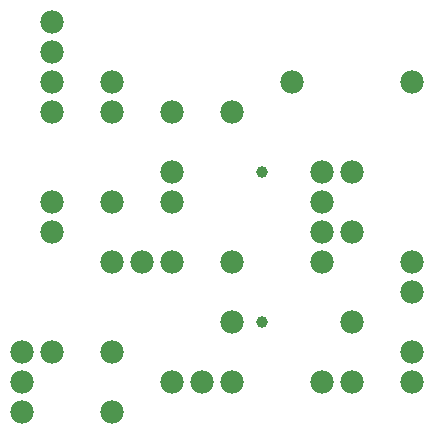
<source format=gbs>
G75*
%MOIN*%
%OFA0B0*%
%FSLAX25Y25*%
%IPPOS*%
%LPD*%
%AMOC8*
5,1,8,0,0,1.08239X$1,22.5*
%
%ADD10C,0.07800*%
%ADD11C,0.03900*%
D10*
X0021000Y0021000D03*
X0021000Y0031000D03*
X0021000Y0041000D03*
X0031000Y0041000D03*
X0051000Y0041000D03*
X0071000Y0031000D03*
X0081000Y0031000D03*
X0091000Y0031000D03*
X0091000Y0051000D03*
X0091000Y0071000D03*
X0071000Y0071000D03*
X0061000Y0071000D03*
X0051000Y0071000D03*
X0031000Y0081000D03*
X0031000Y0091000D03*
X0051000Y0091000D03*
X0071000Y0091000D03*
X0071000Y0101000D03*
X0071000Y0121000D03*
X0091000Y0121000D03*
X0111000Y0131000D03*
X0121000Y0101000D03*
X0121000Y0091000D03*
X0121000Y0081000D03*
X0131000Y0081000D03*
X0121000Y0071000D03*
X0131000Y0051000D03*
X0151000Y0041000D03*
X0151000Y0031000D03*
X0131000Y0031000D03*
X0121000Y0031000D03*
X0151000Y0061000D03*
X0151000Y0071000D03*
X0131000Y0101000D03*
X0151000Y0131000D03*
X0051000Y0131000D03*
X0051000Y0121000D03*
X0031000Y0121000D03*
X0031000Y0131000D03*
X0031000Y0141000D03*
X0031000Y0151000D03*
X0051000Y0021000D03*
D11*
X0101000Y0051000D03*
X0101000Y0101000D03*
M02*

</source>
